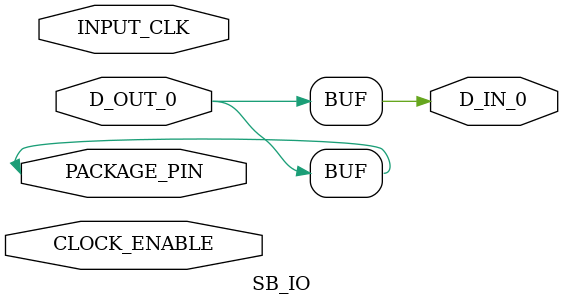
<source format=v>
`default_nettype none
module SB_IO #(
  parameter [5:0] PIN_TYPE    = 6'b000000,
  parameter        PULLUP      = 1'b0,
  parameter        NEG_TRIGGER = 1'b0
)(
  inout          PACKAGE_PIN,
  input          CLOCK_ENABLE,
  input          INPUT_CLK,
  output         D_IN_0,
  input          D_OUT_0
);
  // Simple passthrough: read back the pad, drive it with D_OUT_0
  assign D_IN_0    = PACKAGE_PIN;
  assign PACKAGE_PIN = D_OUT_0;
endmodule
`default_nettype wire


</source>
